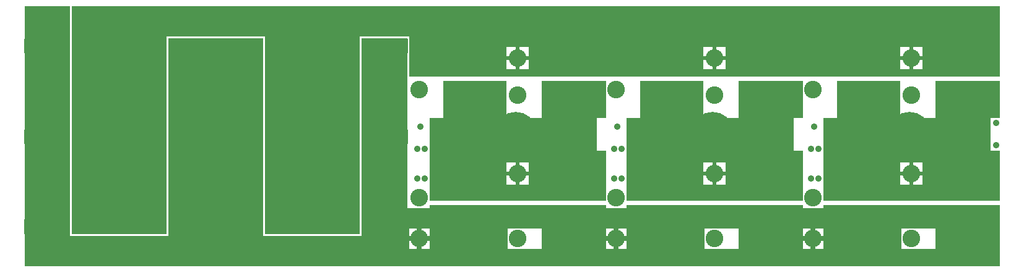
<source format=gbr>
G04 start of page 5 for group 3 idx 3 *
G04 Title: fet12v2, bottom *
G04 Creator: pcb 20140316 *
G04 CreationDate: Wed 13 Jun 2018 07:35:06 AM GMT UTC *
G04 For: brian *
G04 Format: Gerber/RS-274X *
G04 PCB-Dimensions (mil): 6000.00 5000.00 *
G04 PCB-Coordinate-Origin: lower left *
%MOIN*%
%FSLAX25Y25*%
%LNBOTTOM*%
%ADD92C,0.1878*%
%ADD91C,0.0118*%
%ADD90C,0.0650*%
%ADD89C,0.0125*%
%ADD88C,0.0200*%
%ADD87C,0.0285*%
%ADD86C,0.0360*%
%ADD85R,0.0400X0.0400*%
%ADD84R,0.2200X0.2200*%
%ADD83R,0.0787X0.0787*%
%ADD82R,0.0850X0.0850*%
%ADD81R,0.1250X0.1250*%
%ADD80R,0.0950X0.0950*%
%ADD79R,0.2400X0.2400*%
%ADD78R,0.0500X0.0500*%
%ADD77R,0.0150X0.0150*%
%ADD76R,0.1200X0.1200*%
%ADD75R,0.3300X0.3300*%
%ADD74R,0.1100X0.1100*%
%ADD73R,0.0700X0.0700*%
%ADD72R,0.0200X0.0200*%
%ADD71R,0.2000X0.2000*%
%ADD70C,0.2190*%
%ADD69C,0.0318*%
%ADD68C,0.0950*%
%ADD67C,0.0250*%
%ADD66C,0.0001*%
G54D66*G36*
X226500Y172500D02*X199000D01*
Y66000D01*
X148000D01*
Y172500D01*
X95000D01*
Y66000D01*
X44000D01*
Y189000D01*
X226500D01*
Y172500D01*
G37*
G36*
Y80000D02*Y69000D01*
X225500D01*
Y55500D01*
X226500D01*
Y48500D01*
X18500D01*
Y189000D01*
X43000D01*
Y65000D01*
X96000D01*
Y171500D01*
X147000D01*
Y65000D01*
X200000D01*
Y171500D01*
X224500D01*
Y80000D01*
X226500D01*
G37*
G36*
X225500Y58000D02*X236500D01*
Y70000D01*
X245000D01*
Y54500D01*
X225500D01*
Y58000D01*
G37*
G36*
X331500D02*X342500D01*
Y70000D01*
X351000D01*
Y54500D01*
X331500D01*
Y58000D01*
G37*
G36*
X437500D02*X448500D01*
Y70000D01*
X457000D01*
Y54500D01*
X437500D01*
Y58000D01*
G37*
G54D67*X225000Y63500D02*X237000D01*
X231000Y57500D02*Y69500D01*
X331000Y63500D02*X343000D01*
X337000Y57500D02*Y69500D01*
X437000Y63500D02*X449000D01*
X443000Y57500D02*Y69500D01*
G54D68*X390000Y161000D03*
G54D69*X372949Y164232D03*
X377673D03*
X372949Y159508D03*
X377673D03*
X363500Y164232D03*
X368224D03*
Y159508D03*
X349327Y178405D03*
Y173681D03*
Y168956D03*
X354051Y178405D03*
Y173681D03*
Y168956D03*
X358776Y178405D03*
Y173681D03*
Y168956D03*
X363500Y178405D03*
Y173681D03*
X368224D03*
X372949D03*
X377673D03*
X368224Y178405D03*
X372949D03*
X377673D03*
X363500Y168956D03*
X368224D03*
X372949D03*
X377673D03*
X349327Y164232D03*
Y104405D03*
X354051D03*
X349327Y99681D03*
X354051D03*
X352000Y146500D03*
X354051Y164232D03*
X358776D03*
G54D68*X337000Y144000D03*
G54D69*X349327Y159508D03*
X354051D03*
X358776D03*
X357000Y146500D03*
X363500Y159508D03*
X362000Y146500D03*
X367000D03*
X372000D03*
G54D68*X390000Y141000D03*
G54D69*X377000Y146500D03*
X382000D03*
X315224Y178405D03*
Y173681D03*
Y168956D03*
X319949Y178405D03*
Y173681D03*
Y168956D03*
X324673Y178405D03*
Y173681D03*
Y168956D03*
X315224Y164232D03*
Y159508D03*
X319949Y164232D03*
Y159508D03*
X324673Y164232D03*
Y159508D03*
X296327Y178405D03*
X301051D03*
X305776D03*
X310500D03*
X296327Y173681D03*
Y168956D03*
Y164232D03*
X301051Y173681D03*
X305776D03*
X310500D03*
X301051Y168956D03*
X305776D03*
X310500D03*
X301051Y164232D03*
X305776D03*
X310500D03*
X296327Y159508D03*
X299000Y146500D03*
X304000D03*
X301051Y159508D03*
X305776D03*
X310500D03*
X309000Y146500D03*
X314000D03*
X319000D03*
X324000D03*
X329000D03*
G54D68*X443000Y144000D03*
Y85500D03*
Y63500D03*
G54D69*X435500Y73500D03*
Y53000D03*
X435000Y146500D03*
X455327Y104405D03*
Y99681D03*
X460051D03*
X455327Y94956D03*
Y90232D03*
X460051D03*
X455327Y85508D03*
X460051D03*
X458000Y146500D03*
X463000D03*
X468000D03*
X473000D03*
X478000D03*
X483000D03*
X460051Y104405D03*
X464776D03*
X469500D03*
X474224D03*
X478949D03*
X483673D03*
X464776Y99681D03*
X469500D03*
X474224D03*
X478949D03*
X483673D03*
X460051Y94956D03*
X464776D03*
X469500D03*
X474224D03*
X478949D03*
X483673D03*
X464776Y90232D03*
X469500D03*
X474224D03*
X478949D03*
X483673D03*
X464776Y85508D03*
X469500D03*
X474224D03*
X478949D03*
X483673D03*
X483500Y73500D03*
X481000Y71000D03*
X478500Y73500D03*
X476000Y71000D03*
X473500Y73500D03*
X468500D03*
X463500D03*
X458500D03*
X471000Y71000D03*
X466000D03*
X461000D03*
G54D68*X496000Y161000D03*
Y141000D03*
G54D69*X488000Y146500D03*
X478949Y178405D03*
X483673D03*
X478949Y173681D03*
X483673D03*
X478949Y168956D03*
X483673D03*
X478949Y164232D03*
X483673D03*
X478949Y159508D03*
X483673D03*
X474224Y178405D03*
X464776D03*
X469500D03*
X464776Y173681D03*
X469500D03*
X474224D03*
X455327Y178405D03*
X460051D03*
X455327Y173681D03*
X460051D03*
X455327Y168956D03*
X460051D03*
X464776D03*
X469500D03*
X474224D03*
X455327Y164232D03*
X460051D03*
X455327Y159508D03*
X460051D03*
X464776Y164232D03*
X469500D03*
X474224D03*
X464776Y159508D03*
X469500D03*
X474224D03*
X508327Y178405D03*
Y173681D03*
X513051Y178405D03*
Y173681D03*
X517776D03*
X508327Y168956D03*
Y164232D03*
X513051D03*
X517776Y178405D03*
X522500D03*
X527224D03*
X531949D03*
X536673D03*
X522500Y173681D03*
X527224D03*
X531949D03*
X536673D03*
X513051Y168956D03*
X517776D03*
X522500D03*
X527224D03*
X531949D03*
X536673D03*
X517776Y164232D03*
X522500D03*
X527224D03*
X531949D03*
X536673D03*
X508327Y159508D03*
X513051D03*
X511000Y146500D03*
X516000D03*
X517776Y159508D03*
X522500D03*
X527224D03*
X531949D03*
X536673D03*
X521000Y146500D03*
X526000D03*
X531000D03*
X536000D03*
X541000D03*
G54D68*X496000Y63500D03*
G54D69*X488500Y73500D03*
X486000Y71000D03*
Y50500D03*
Y55500D03*
X483500Y53000D03*
X488500D03*
X481000Y50500D03*
Y55500D03*
X478500Y53000D03*
X476000Y50500D03*
Y55500D03*
X471000Y50500D03*
X473500Y53000D03*
X471000Y55500D03*
X466000Y50500D03*
Y55500D03*
X461000Y50500D03*
X463500Y53000D03*
X461000Y55500D03*
X458500Y53000D03*
X468500D03*
G54D68*X496000Y98500D03*
G54D70*X495000Y121000D03*
G54D69*X522500Y104405D03*
X527224D03*
Y99681D03*
X531949Y104405D03*
Y99681D03*
X536673Y104405D03*
Y99681D03*
X522500D03*
Y94956D03*
X527224D03*
X508327Y104405D03*
X513051D03*
X517776D03*
X508327Y99681D03*
X513051D03*
X517776D03*
X508327Y94956D03*
X513051D03*
X517776D03*
X508327Y90232D03*
X513051D03*
X517776D03*
X508327Y85508D03*
X513051D03*
X517776D03*
X531949Y94956D03*
X536673D03*
X522500Y90232D03*
Y85508D03*
X527224D03*
X531949D03*
X527224Y90232D03*
X531949D03*
X536673D03*
Y85508D03*
X541500Y73500D03*
X539000Y71000D03*
X536500Y73500D03*
X531500D03*
X526500D03*
X521500D03*
X516500D03*
X511500D03*
X534000Y71000D03*
X529000D03*
X524000D03*
X519000D03*
X514000D03*
X539000Y50500D03*
X541500Y53000D03*
X539000Y55500D03*
X534000Y50500D03*
X536500Y53000D03*
X534000Y55500D03*
X531500Y53000D03*
X529000Y55500D03*
Y50500D03*
X524000D03*
X526500Y53000D03*
X524000Y55500D03*
X521500Y53000D03*
X519000Y55500D03*
X514000Y50500D03*
X519000D03*
X516500Y53000D03*
X514000Y55500D03*
X511500Y53000D03*
X421224Y178405D03*
Y173681D03*
Y168956D03*
X425949Y178405D03*
Y173681D03*
Y168956D03*
X430673Y178405D03*
Y173681D03*
Y168956D03*
X421224Y164232D03*
Y159508D03*
X425949Y164232D03*
Y159508D03*
X430673Y164232D03*
Y159508D03*
X402327Y178405D03*
X407051D03*
X411776D03*
X416500D03*
X402327Y173681D03*
Y168956D03*
Y164232D03*
X407051Y173681D03*
X411776D03*
X416500D03*
X407051Y168956D03*
X411776D03*
X416500D03*
X407051Y164232D03*
X411776D03*
X416500D03*
X402327Y159508D03*
X405000Y146500D03*
X410000D03*
X407051Y159508D03*
X411776D03*
X416500D03*
X415000Y146500D03*
X420000D03*
X425000D03*
X430000D03*
G54D68*X390000Y98500D03*
Y63500D03*
G54D70*X389000Y121000D03*
G54D69*X380000Y50500D03*
X382500Y53000D03*
X380000Y55500D03*
X375000D03*
X377500Y53000D03*
X375000Y50500D03*
X370000D03*
X372500Y53000D03*
X370000Y55500D03*
X367500Y53000D03*
X365000Y50500D03*
Y55500D03*
X360000Y50500D03*
X362500Y53000D03*
X360000Y55500D03*
X355000Y50500D03*
X357500Y53000D03*
X352500D03*
X355000Y55500D03*
X402327Y104405D03*
X407051D03*
X411776D03*
X416500D03*
X421224D03*
X425949D03*
Y99681D03*
Y94956D03*
Y90232D03*
X430673Y104405D03*
Y99681D03*
Y94956D03*
Y90232D03*
X407051Y99681D03*
X411776D03*
X416500D03*
X421224D03*
X411776Y94956D03*
X416500D03*
X421224D03*
X411776Y90232D03*
X416500D03*
X421224D03*
X402327Y99681D03*
Y94956D03*
X407051D03*
X402327Y90232D03*
X407051D03*
X402327Y85508D03*
X407051D03*
X411776D03*
X416500D03*
X421224D03*
X425949D03*
X430673D03*
X433000Y71000D03*
X430500Y73500D03*
X428000Y71000D03*
X425500Y73500D03*
X423000Y71000D03*
X420500Y73500D03*
X418000Y71000D03*
X413000D03*
X408000D03*
X415500Y73500D03*
X410500D03*
X405500D03*
X433000Y50500D03*
X428000D03*
X430500Y53000D03*
X433000Y55500D03*
X428000D03*
X423000Y50500D03*
X425500Y53000D03*
X423000Y55500D03*
X418000Y50500D03*
X413000D03*
X415500Y53000D03*
X420500D03*
X418000Y55500D03*
X413000D03*
X408000Y50500D03*
X410500Y53000D03*
X408000Y55500D03*
X405500Y53000D03*
G54D68*X284000Y161000D03*
G54D69*X266949Y164232D03*
X271673D03*
X266949Y159508D03*
X271673D03*
X257500Y164232D03*
X262224D03*
X257500Y159508D03*
X256000Y146500D03*
X261000D03*
X262224Y159508D03*
X271000Y146500D03*
X276000D03*
X243327Y178405D03*
Y173681D03*
Y168956D03*
X248051Y178405D03*
Y173681D03*
Y168956D03*
X252776Y178405D03*
Y173681D03*
Y168956D03*
X257500Y178405D03*
Y173681D03*
X262224D03*
X266949D03*
X271673D03*
X262224Y178405D03*
X266949D03*
X271673D03*
X257500Y168956D03*
X262224D03*
X266949D03*
X271673D03*
X243327Y164232D03*
Y104405D03*
X248051D03*
X243327Y99681D03*
X248051D03*
X246000Y146500D03*
X248051Y164232D03*
X252776D03*
G54D68*X231000Y144000D03*
G54D69*X243327Y159508D03*
X248051D03*
X252776D03*
X251000Y146500D03*
G54D70*X283000Y121000D03*
G54D68*X284000Y141000D03*
G54D69*X266000Y146500D03*
G54D68*X337000Y85500D03*
Y63500D03*
G54D69*X329500Y73500D03*
X327000Y71000D03*
X358776Y104405D03*
X363500D03*
Y99681D03*
X368224Y104405D03*
X372949D03*
X377673D03*
X368224Y99681D03*
Y94956D03*
X372949Y99681D03*
Y94956D03*
X377673Y99681D03*
Y94956D03*
X358776Y99681D03*
Y94956D03*
X363500D03*
X349327D03*
X354051D03*
X349327Y90232D03*
X354051D03*
X349327Y85508D03*
X354051D03*
X358776Y90232D03*
Y85508D03*
X363500Y90232D03*
Y85508D03*
X368224Y90232D03*
Y85508D03*
X372949Y90232D03*
X377673D03*
X372949Y85508D03*
X377673D03*
X382500Y73500D03*
X380000Y71000D03*
X377500Y73500D03*
X375000Y71000D03*
X372500Y73500D03*
X367500D03*
X362500D03*
X357500D03*
X352500D03*
X370000Y71000D03*
X365000D03*
X360000D03*
X355000D03*
X327000Y50500D03*
X322000D03*
X324500Y53000D03*
X329500D03*
X327000Y55500D03*
X322000D03*
X317000Y50500D03*
X319500Y53000D03*
X317000Y55500D03*
X312000Y50500D03*
Y55500D03*
X309500Y53000D03*
X314500D03*
X307000Y50500D03*
Y55500D03*
X302000Y50500D03*
X304500Y53000D03*
X302000Y55500D03*
X299500Y53000D03*
G54D68*X231000Y85500D03*
Y63500D03*
G54D69*X252776Y104405D03*
X257500D03*
Y99681D03*
X262224Y104405D03*
X266949D03*
X271673D03*
X262224Y99681D03*
Y94956D03*
X266949Y99681D03*
Y94956D03*
X271673Y99681D03*
Y94956D03*
X252776Y99681D03*
Y94956D03*
X257500D03*
X243327D03*
X248051D03*
X243327Y90232D03*
X248051D03*
X243327Y85508D03*
X248051D03*
X252776Y90232D03*
Y85508D03*
X257500Y90232D03*
Y85508D03*
X262224Y90232D03*
Y85508D03*
X266949Y90232D03*
X271673D03*
X266949Y85508D03*
X271673D03*
X266500Y73500D03*
X261500D03*
X256500D03*
X251500D03*
X246500D03*
X264000Y71000D03*
X259000D03*
X254000D03*
X249000D03*
X276500Y73500D03*
X274000Y71000D03*
X271500Y73500D03*
X269000Y71000D03*
X274000Y50500D03*
X276500Y53000D03*
X274000Y55500D03*
X269000Y50500D03*
X271500Y53000D03*
X269000Y55500D03*
X266500Y53000D03*
X264000Y55500D03*
Y50500D03*
X259000D03*
X261500Y53000D03*
X259000Y55500D03*
X256500Y53000D03*
X254000Y55500D03*
X249000Y50500D03*
X254000D03*
X251500Y53000D03*
X249000Y55500D03*
X246500Y53000D03*
G54D68*X284000Y98500D03*
Y63500D03*
G54D69*X296327Y104405D03*
X301051D03*
X305776D03*
X310500D03*
X315224D03*
X319949D03*
Y99681D03*
Y94956D03*
Y90232D03*
X324673Y104405D03*
Y99681D03*
Y94956D03*
Y90232D03*
X301051Y99681D03*
X305776D03*
X310500D03*
X315224D03*
X305776Y94956D03*
X310500D03*
X315224D03*
X305776Y90232D03*
X310500D03*
X315224D03*
X296327Y99681D03*
Y94956D03*
X301051D03*
X296327Y90232D03*
X301051D03*
X296327Y85508D03*
X301051D03*
X305776D03*
X310500D03*
X315224D03*
X319949D03*
X324673D03*
X324500Y73500D03*
X322000Y71000D03*
X319500Y73500D03*
X317000Y71000D03*
X314500Y73500D03*
X312000Y71000D03*
X307000D03*
X302000D03*
X309500Y73500D03*
X304500D03*
X299500D03*
G54D71*X466000Y138500D02*X480000D01*
G54D72*X491000Y98500D02*X501000D01*
X496000Y103500D02*Y93500D01*
G54D71*X519000Y138500D02*X533500D01*
G54D73*X441000Y52000D02*X452500D01*
G54D74*X443000Y74500D02*X450500D01*
G54D75*X472500Y65000D02*X474000D01*
G54D76*X454500Y98500D02*X484000D01*
G54D77*X449250Y80750D02*X455250D01*
G54D78*X541000Y108500D02*Y107000D01*
G54D79*X460500Y116500D02*X526500D01*
G54D76*X508000Y98500D02*X537500D01*
G54D80*X495250Y53250D02*X504250D01*
G54D81*X496750Y75250D02*X502750D01*
G54D82*X452750Y88250D02*X539250D01*
G54D75*X525500Y65000D02*X527000D01*
G54D83*X178240Y70000D02*X186508D01*
X212492D02*X220760D01*
X160492D02*X168760D01*
X126240D02*X134508D01*
X74240D02*X82508D01*
X108492D02*X116760D01*
X56492D02*X64760D01*
X22240D02*X30508D01*
G54D76*X242500Y98500D02*X272000D01*
G54D72*X279000D02*X289000D01*
X284000Y103500D02*Y93500D01*
G54D83*X212492Y118500D02*X220760D01*
G54D71*X254000Y138500D02*X268000D01*
G54D83*X178240Y118500D02*X186508D01*
X160492D02*X168760D01*
X126240D02*X134508D01*
X108492D02*X116760D01*
X74240D02*X82508D01*
X56492D02*X64760D01*
X22240D02*X30508D01*
G54D72*X279000Y161000D02*X289000D01*
X284000Y166000D02*Y156000D01*
G54D76*X231500Y161000D02*X272000D01*
G54D83*X160492Y167500D02*X168760D01*
X126240D02*X134508D01*
X108492D02*X116760D01*
X178240D02*X186508D01*
X212492D02*X220760D01*
X56492D02*X64760D01*
X22240D02*X30508D01*
X74240D02*X82508D01*
G54D72*X491000Y161000D02*X501000D01*
X496000Y166000D02*Y156000D01*
G54D76*X443500Y161000D02*X484000D01*
G54D84*X448500Y178000D02*X532500D01*
G54D85*X439500Y153000D02*X541500D01*
G54D76*X508000Y161000D02*X537500D01*
X337500D02*X378000D01*
G54D72*X385000D02*X395000D01*
G54D85*X333500Y153000D02*X435500D01*
G54D76*X402000Y161000D02*X431500D01*
G54D72*X390000Y166000D02*Y156000D01*
G54D84*X342500Y178000D02*X426500D01*
G54D71*X360000Y138500D02*X374000D01*
G54D72*X385000Y98500D02*X395000D01*
X390000Y103500D02*Y93500D01*
G54D82*X346750Y88250D02*X433250D01*
G54D79*X354500Y116500D02*X420500D01*
G54D76*X402000Y98500D02*X431500D01*
X348500D02*X378000D01*
G54D78*X435000Y108500D02*Y107000D01*
G54D71*X413000Y138500D02*X427500D01*
G54D75*X419500Y65000D02*X421000D01*
G54D80*X389250Y53250D02*X398250D01*
G54D81*X390750Y75250D02*X396750D01*
G54D73*X335000Y52000D02*X346500D01*
G54D74*X337000Y74500D02*X344500D01*
G54D75*X366500Y65000D02*X368000D01*
G54D77*X343250Y80750D02*X349250D01*
G54D84*X236500Y178000D02*X320500D01*
G54D85*X227500Y153000D02*X329500D01*
G54D76*X296000Y161000D02*X325500D01*
G54D80*X283250Y53250D02*X292250D01*
G54D81*X284750Y75250D02*X290750D01*
G54D75*X313500Y65000D02*X315000D01*
G54D76*X296000Y98500D02*X325500D01*
G54D75*X260500Y65000D02*X262000D01*
G54D73*X229000Y52000D02*X240500D01*
G54D74*X231000Y74500D02*X238500D01*
G54D71*X307000Y138500D02*X321500D01*
G54D77*X237250Y80750D02*X243250D01*
G54D82*X240750Y88250D02*X327250D01*
G54D79*X248500Y116500D02*X314500D01*
G54D78*X329000Y108500D02*Y107000D01*
G54D86*X336000Y112000D03*
X340000D03*
X337500Y124000D03*
X336000Y96000D03*
X340000D03*
X230000Y112000D03*
Y96000D03*
X231500Y124000D03*
X234000Y112000D03*
Y96000D03*
G54D87*X223000Y112500D03*
X216500Y124500D03*
X210000D03*
X223000D03*
X210000Y112500D03*
X216500D03*
X206500Y118500D03*
X192500D03*
X154500D03*
X224000Y187500D03*
Y184000D03*
Y180500D03*
X206500Y170000D03*
X223000Y161500D03*
X218500D03*
X209500D03*
X214000D03*
X206500Y165500D03*
X182500Y161500D03*
X176000D03*
X171000D03*
X158000D03*
X164500D03*
X189000D03*
X154500Y167500D03*
X164500Y173500D03*
X158000D03*
X192500Y167500D03*
X176000Y173500D03*
X189000D03*
X182500D03*
X171000D03*
G54D86*X442000Y112000D03*
X446000D03*
X443500Y124000D03*
X442000Y96000D03*
X446000D03*
X541500Y114000D03*
Y126000D03*
G54D87*X87500Y167500D03*
X119000Y161500D03*
X105500D03*
X110000D03*
X114500D03*
X102500Y164500D03*
Y170000D03*
X78500Y161500D03*
X72000D03*
X67000D03*
X85000D03*
Y173500D03*
X60500Y161500D03*
X72000Y173500D03*
X78500D03*
X60500D03*
X67000D03*
X88500Y118500D03*
X50500D03*
X20000Y124500D03*
X33000D03*
X26500D03*
Y112500D03*
X33000D03*
X20000D03*
X102500Y118500D03*
X36500D03*
X54000Y112500D03*
X60500D03*
X72000Y124500D03*
X78500D03*
X60500D03*
X54000D03*
X67000D03*
X85000D03*
X78500Y112500D03*
X85000D03*
X72000D03*
X67000D03*
X20000Y76000D03*
X33000D03*
X36500Y70000D03*
X26500Y76000D03*
Y64000D03*
X33000D03*
X20000D03*
X72000Y76000D03*
X81000D03*
X76500D03*
X67000D03*
X53500D03*
X58000D03*
X62500D03*
X50500Y67500D03*
Y72500D03*
X85500Y76000D03*
X102500Y70000D03*
X88500Y67500D03*
Y72500D03*
X50500Y167500D03*
X54000Y161500D03*
X20000D03*
Y173500D03*
X26500Y161500D03*
X33000D03*
Y173500D03*
X26500D03*
X36500Y167500D03*
X54000Y173500D03*
X124000Y161500D03*
X128500D03*
X112500Y124500D03*
X106000D03*
X119000D03*
X124000D03*
X130500D03*
X119000Y112500D03*
X112500D03*
X130500D03*
X137000D03*
X124000D03*
X106000D03*
X140500Y118500D03*
X137500Y161500D03*
X133000D03*
X137000Y124500D03*
X140500Y170000D03*
Y164500D03*
X176000Y124500D03*
X164500D03*
X158000D03*
X171000D03*
X189000D03*
X182500D03*
Y112500D03*
X189000D03*
X176000D03*
X171000D03*
X158000D03*
X164500D03*
X124000Y76000D03*
X130500D03*
X112500D03*
X106000D03*
X119000D03*
X137000D03*
X130500Y64000D03*
X137000D03*
X124000D03*
X119000D03*
X106000D03*
X112500D03*
X140500Y70000D03*
X176000Y76000D03*
X185000D03*
X180500D03*
X171000D03*
X157500D03*
X162000D03*
X166500D03*
X216500D03*
X210000D03*
X223000D03*
X189500D03*
X192500Y67500D03*
Y72500D03*
X223000Y64000D03*
X210000D03*
X216500D03*
X206500Y70000D03*
X154500Y67500D03*
Y72500D03*
G54D88*G54D89*G54D88*G54D89*G54D90*G54D91*G54D90*G54D91*G54D90*G54D91*G54D90*G54D91*G54D90*G54D91*G54D90*G54D91*G54D90*G54D92*G54D91*G54D90*G54D92*G54D91*G54D90*G54D91*G54D90*G54D91*G54D92*G54D90*G54D91*G54D90*G54D91*G54D90*G54D91*G54D90*G54D91*M02*

</source>
